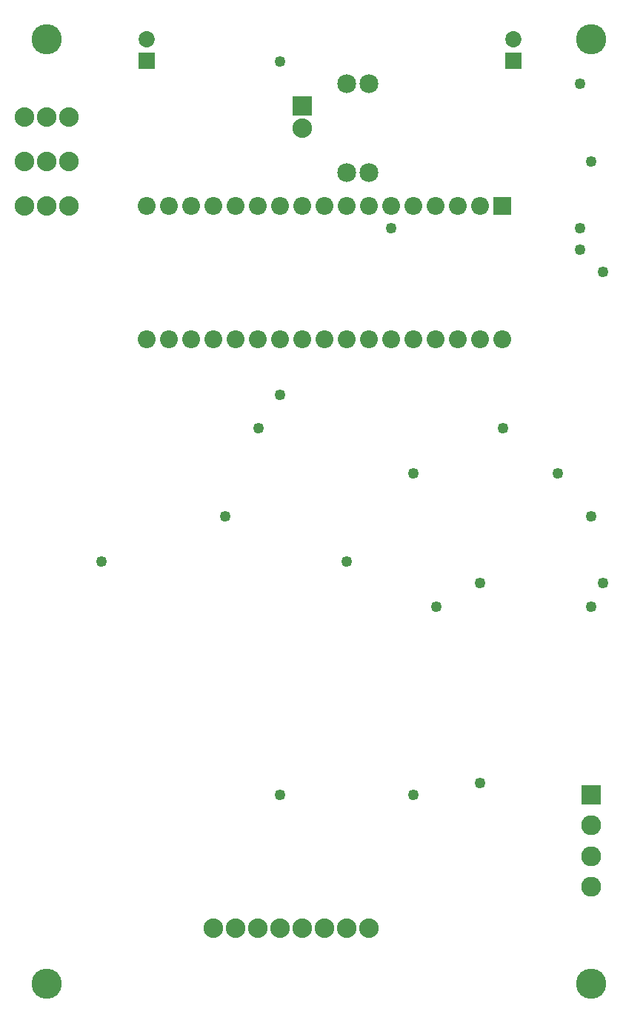
<source format=gbs>
G04 MADE WITH FRITZING*
G04 WWW.FRITZING.ORG*
G04 DOUBLE SIDED*
G04 HOLES PLATED*
G04 CONTOUR ON CENTER OF CONTOUR VECTOR*
%ASAXBY*%
%FSLAX23Y23*%
%MOIN*%
%OFA0B0*%
%SFA1.0B1.0*%
%ADD10C,0.088000*%
%ADD11C,0.080555*%
%ADD12C,0.080583*%
%ADD13C,0.090000*%
%ADD14C,0.072992*%
%ADD15C,0.085000*%
%ADD16C,0.049370*%
%ADD17C,0.135984*%
%ADD18R,0.080542X0.080570*%
%ADD19R,0.090000X0.090000*%
%ADD20R,0.072992X0.072992*%
%ADD21R,0.088000X0.088000*%
%LNMASK0*%
G90*
G70*
G54D10*
X277Y4056D03*
X177Y4056D03*
X77Y4056D03*
X277Y3856D03*
X177Y3856D03*
X77Y3856D03*
X277Y3656D03*
X177Y3656D03*
X77Y3656D03*
X927Y406D03*
X1027Y406D03*
X1127Y406D03*
X1227Y406D03*
X1327Y406D03*
X1427Y406D03*
X1527Y406D03*
X1627Y406D03*
G54D11*
X2227Y3656D03*
X2127Y3656D03*
X2027Y3656D03*
X1927Y3656D03*
X1827Y3656D03*
X1727Y3656D03*
X1627Y3656D03*
X1527Y3656D03*
X1427Y3656D03*
G54D12*
X1327Y3656D03*
X1227Y3656D03*
X1127Y3656D03*
G54D11*
X1027Y3656D03*
X927Y3656D03*
G54D12*
X827Y3656D03*
X727Y3656D03*
X627Y3656D03*
G54D11*
X2227Y3056D03*
X2127Y3056D03*
X2027Y3056D03*
X1927Y3056D03*
X1827Y3056D03*
X1727Y3056D03*
X1427Y3056D03*
G54D12*
X1327Y3056D03*
G54D11*
X1527Y3056D03*
X1627Y3056D03*
G54D12*
X1227Y3056D03*
X1127Y3056D03*
G54D11*
X1027Y3056D03*
X927Y3056D03*
G54D12*
X827Y3056D03*
X727Y3056D03*
X627Y3056D03*
G54D13*
X2627Y1006D03*
X2627Y868D03*
X2627Y730D03*
X2627Y592D03*
G54D14*
X627Y4307D03*
X627Y4406D03*
X2277Y4307D03*
X2277Y4406D03*
G54D10*
X1327Y4106D03*
X1327Y4006D03*
G54D15*
X1627Y3806D03*
X1627Y4206D03*
X1527Y3806D03*
X1527Y4206D03*
G54D16*
X2627Y1853D03*
X1929Y1853D03*
X2125Y1058D03*
X2125Y1957D03*
X2679Y1957D03*
X2627Y2257D03*
X2477Y2453D03*
X2229Y2655D03*
X1226Y2805D03*
X1226Y4304D03*
X2575Y3457D03*
X2679Y3359D03*
X2575Y3554D03*
X1727Y3554D03*
X2575Y4206D03*
X2627Y3854D03*
G54D17*
X2627Y4406D03*
X177Y4406D03*
X2627Y156D03*
X177Y156D03*
G54D16*
X978Y2257D03*
X1525Y2055D03*
X424Y2055D03*
X1128Y2655D03*
X1825Y2453D03*
X1825Y1006D03*
X1226Y1006D03*
G54D18*
X2227Y3656D03*
G54D19*
X2627Y1006D03*
G54D20*
X627Y4307D03*
X2277Y4307D03*
G54D21*
X1327Y4106D03*
G04 End of Mask0*
M02*
</source>
